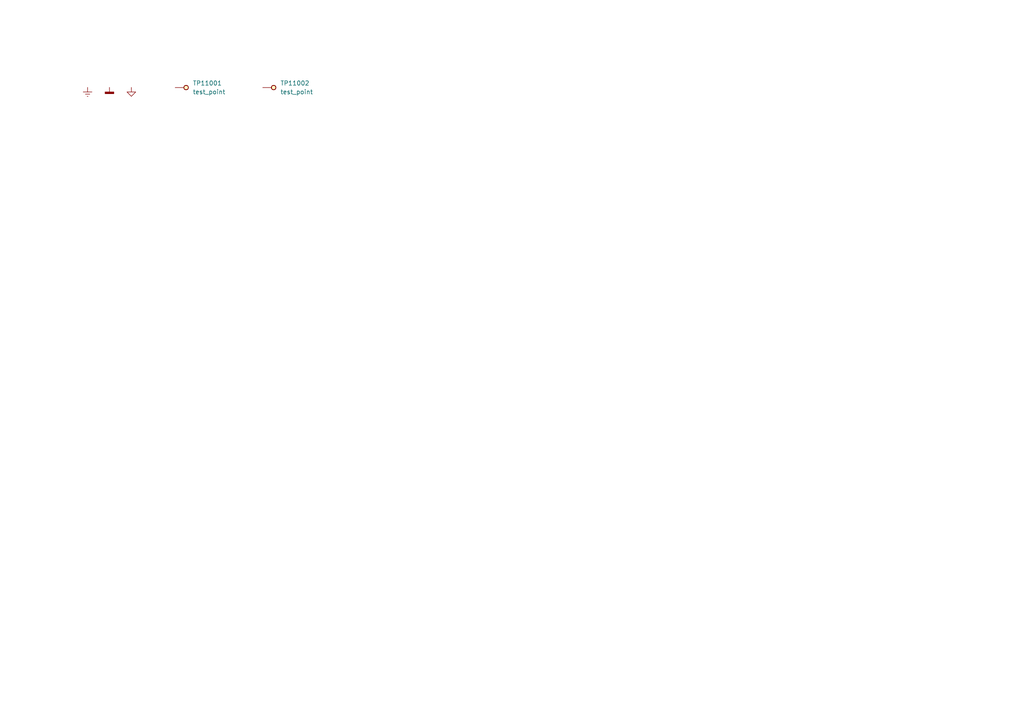
<source format=kicad_sch>
(kicad_sch
	(version 20231120)
	(generator "eeschema")
	(generator_version "8.0")
	(uuid "6693340a-e207-4ab4-a507-5a3be04c819b")
	(paper "A4")
	(title_block
		(title "Lily KiCad Library test")
		(date "2024-07-03")
		(rev "1")
		(company "LilyTronics")
	)
	(lib_symbols
		(symbol "lily_symbols:Earth"
			(power)
			(pin_numbers hide)
			(pin_names
				(offset 0) hide)
			(exclude_from_sim no)
			(in_bom yes)
			(on_board yes)
			(property "Reference" "#PWR"
				(at 0 -10.16 0)
				(effects
					(font
						(size 1.27 1.27)
					)
					(hide yes)
				)
			)
			(property "Value" "Earth"
				(at 0 -7.62 0)
				(effects
					(font
						(size 1.27 1.27)
					)
					(hide yes)
				)
			)
			(property "Footprint" ""
				(at 0 0 0)
				(effects
					(font
						(size 1.27 1.27)
					)
					(hide yes)
				)
			)
			(property "Datasheet" ""
				(at 0 0 0)
				(effects
					(font
						(size 1.27 1.27)
					)
					(hide yes)
				)
			)
			(property "Description" ""
				(at 0 0 0)
				(effects
					(font
						(size 1.27 1.27)
					)
					(hide yes)
				)
			)
			(property "Revision" "1"
				(at 0 -5.08 0)
				(effects
					(font
						(size 1.27 1.27)
					)
					(hide yes)
				)
			)
			(symbol "Earth_0_1"
				(polyline
					(pts
						(xy -0.635 -1.905) (xy 0.635 -1.905)
					)
					(stroke
						(width 0)
						(type default)
					)
					(fill
						(type none)
					)
				)
				(polyline
					(pts
						(xy -0.127 -2.54) (xy 0.127 -2.54)
					)
					(stroke
						(width 0)
						(type default)
					)
					(fill
						(type none)
					)
				)
				(polyline
					(pts
						(xy 0 -1.27) (xy 0 0)
					)
					(stroke
						(width 0)
						(type default)
					)
					(fill
						(type none)
					)
				)
				(polyline
					(pts
						(xy 1.27 -1.27) (xy -1.27 -1.27)
					)
					(stroke
						(width 0)
						(type default)
					)
					(fill
						(type none)
					)
				)
			)
			(symbol "Earth_1_1"
				(pin power_in line
					(at 0 0 270)
					(length 0)
					(name "~"
						(effects
							(font
								(size 1.27 1.27)
							)
						)
					)
					(number "1"
						(effects
							(font
								(size 1.27 1.27)
							)
						)
					)
				)
			)
		)
		(symbol "lily_symbols:GND"
			(power)
			(pin_numbers hide)
			(pin_names
				(offset 0) hide)
			(exclude_from_sim no)
			(in_bom no)
			(on_board yes)
			(property "Reference" "#PWR"
				(at 0 -10.16 0)
				(effects
					(font
						(size 1.27 1.27)
					)
					(hide yes)
				)
			)
			(property "Value" "GND"
				(at 0 -7.62 0)
				(effects
					(font
						(size 1.27 1.27)
					)
					(hide yes)
				)
			)
			(property "Footprint" ""
				(at 0 0 0)
				(effects
					(font
						(size 1.27 1.27)
					)
					(hide yes)
				)
			)
			(property "Datasheet" ""
				(at 0 0 0)
				(effects
					(font
						(size 1.27 1.27)
					)
					(hide yes)
				)
			)
			(property "Description" ""
				(at 0 0 0)
				(effects
					(font
						(size 1.27 1.27)
					)
					(hide yes)
				)
			)
			(property "Revision" "1"
				(at 0 -5.08 0)
				(effects
					(font
						(size 1.27 1.27)
					)
					(hide yes)
				)
			)
			(symbol "GND_0_1"
				(polyline
					(pts
						(xy 0 0) (xy 0 -1.27)
					)
					(stroke
						(width 0)
						(type default)
					)
					(fill
						(type none)
					)
				)
			)
			(symbol "GND_1_1"
				(rectangle
					(start -1.27 -1.27)
					(end 1.27 -1.778)
					(stroke
						(width 0)
						(type default)
					)
					(fill
						(type outline)
					)
				)
				(pin power_in line
					(at 0 0 270)
					(length 0)
					(name "GND"
						(effects
							(font
								(size 1.27 1.27)
							)
						)
					)
					(number "1"
						(effects
							(font
								(size 1.27 1.27)
							)
						)
					)
				)
			)
		)
		(symbol "lily_symbols:GNDA"
			(power)
			(pin_numbers hide)
			(pin_names
				(offset 0) hide)
			(exclude_from_sim no)
			(in_bom no)
			(on_board yes)
			(property "Reference" "#PWR"
				(at 0 -10.16 0)
				(effects
					(font
						(size 1.27 1.27)
					)
					(hide yes)
				)
			)
			(property "Value" "GNDA"
				(at 0 -7.62 0)
				(effects
					(font
						(size 1.27 1.27)
					)
					(hide yes)
				)
			)
			(property "Footprint" ""
				(at 0 0 0)
				(effects
					(font
						(size 1.27 1.27)
					)
					(hide yes)
				)
			)
			(property "Datasheet" ""
				(at 0 0 0)
				(effects
					(font
						(size 1.27 1.27)
					)
					(hide yes)
				)
			)
			(property "Description" ""
				(at 0 0 0)
				(effects
					(font
						(size 1.27 1.27)
					)
					(hide yes)
				)
			)
			(property "Revision" "1"
				(at 0 -5.08 0)
				(effects
					(font
						(size 1.27 1.27)
					)
					(hide yes)
				)
			)
			(symbol "GNDA_0_1"
				(polyline
					(pts
						(xy 0 0) (xy 0 -1.27) (xy 1.27 -1.27) (xy 0 -2.54) (xy -1.27 -1.27) (xy 0 -1.27)
					)
					(stroke
						(width 0)
						(type default)
					)
					(fill
						(type none)
					)
				)
			)
			(symbol "GNDA_1_1"
				(pin power_in line
					(at 0 0 270)
					(length 0)
					(name "~"
						(effects
							(font
								(size 1.27 1.27)
							)
						)
					)
					(number "1"
						(effects
							(font
								(size 1.27 1.27)
							)
						)
					)
				)
			)
		)
		(symbol "lily_symbols:test_point_1.1mm_th"
			(pin_numbers hide)
			(pin_names hide)
			(exclude_from_sim no)
			(in_bom no)
			(on_board yes)
			(property "Reference" "TP"
				(at 5.08 1.27 0)
				(effects
					(font
						(size 1.27 1.27)
					)
					(justify left)
				)
			)
			(property "Value" "test_point"
				(at 5.08 -1.27 0)
				(effects
					(font
						(size 1.27 1.27)
					)
					(justify left)
				)
			)
			(property "Footprint" "lily_footprints:test_point_1.1mm_th"
				(at 0 -5.08 0)
				(effects
					(font
						(size 1.27 1.27)
					)
					(hide yes)
				)
			)
			(property "Datasheet" ""
				(at 0 0 0)
				(effects
					(font
						(size 1.27 1.27)
					)
					(hide yes)
				)
			)
			(property "Description" ""
				(at 0 0 0)
				(effects
					(font
						(size 1.27 1.27)
					)
					(hide yes)
				)
			)
			(property "Revision" "1"
				(at 0 -2.54 0)
				(effects
					(font
						(size 1.27 1.27)
					)
					(hide yes)
				)
			)
			(symbol "test_point_1.1mm_th_0_1"
				(circle
					(center 3.175 0)
					(radius 0.635)
					(stroke
						(width 0.254)
						(type default)
					)
					(fill
						(type background)
					)
				)
			)
			(symbol "test_point_1.1mm_th_1_1"
				(pin passive line
					(at 0 0 0)
					(length 2.54)
					(name ""
						(effects
							(font
								(size 1.27 1.27)
							)
						)
					)
					(number "1"
						(effects
							(font
								(size 1.27 1.27)
							)
						)
					)
				)
			)
		)
		(symbol "lily_symbols:test_point_1mm_smd"
			(pin_numbers hide)
			(pin_names hide)
			(exclude_from_sim no)
			(in_bom no)
			(on_board yes)
			(property "Reference" "TP"
				(at 5.08 1.27 0)
				(effects
					(font
						(size 1.27 1.27)
					)
					(justify left)
				)
			)
			(property "Value" "test_point"
				(at 5.08 -1.27 0)
				(effects
					(font
						(size 1.27 1.27)
					)
					(justify left)
				)
			)
			(property "Footprint" "lily_footprints:test_point_1mm"
				(at 0 -5.08 0)
				(effects
					(font
						(size 1.27 1.27)
					)
					(hide yes)
				)
			)
			(property "Datasheet" ""
				(at 0 0 0)
				(effects
					(font
						(size 1.27 1.27)
					)
					(hide yes)
				)
			)
			(property "Description" ""
				(at 0 0 0)
				(effects
					(font
						(size 1.27 1.27)
					)
					(hide yes)
				)
			)
			(property "Revision" "1"
				(at 0 -2.54 0)
				(effects
					(font
						(size 1.27 1.27)
					)
					(hide yes)
				)
			)
			(symbol "test_point_1mm_smd_0_1"
				(circle
					(center 3.175 0)
					(radius 0.635)
					(stroke
						(width 0.254)
						(type default)
					)
					(fill
						(type background)
					)
				)
			)
			(symbol "test_point_1mm_smd_1_1"
				(pin passive line
					(at 0 0 0)
					(length 2.54)
					(name ""
						(effects
							(font
								(size 1.27 1.27)
							)
						)
					)
					(number "1"
						(effects
							(font
								(size 1.27 1.27)
							)
						)
					)
				)
			)
		)
	)
	(symbol
		(lib_id "lily_symbols:Earth")
		(at 25.4 25.4 0)
		(unit 1)
		(exclude_from_sim no)
		(in_bom yes)
		(on_board yes)
		(dnp no)
		(uuid "0a2da756-ec97-43ad-b95d-853798626644")
		(property "Reference" "#PWR011001"
			(at 25.4 35.56 0)
			(effects
				(font
					(size 1.27 1.27)
				)
				(hide yes)
			)
		)
		(property "Value" "Earth"
			(at 25.4 33.02 0)
			(effects
				(font
					(size 1.27 1.27)
				)
				(hide yes)
			)
		)
		(property "Footprint" ""
			(at 25.4 25.4 0)
			(effects
				(font
					(size 1.27 1.27)
				)
				(hide yes)
			)
		)
		(property "Datasheet" ""
			(at 25.4 25.4 0)
			(effects
				(font
					(size 1.27 1.27)
				)
				(hide yes)
			)
		)
		(property "Description" ""
			(at 25.4 25.4 0)
			(effects
				(font
					(size 1.27 1.27)
				)
				(hide yes)
			)
		)
		(property "Revision" "1"
			(at 25.4 30.48 0)
			(effects
				(font
					(size 1.27 1.27)
				)
				(hide yes)
			)
		)
		(pin "1"
			(uuid "13040179-367e-497f-94f7-f8061fbd907a")
		)
		(instances
			(project "kicad_lib_test"
				(path "/032b8f2d-5c08-4381-9e3a-c197ca84e3c5/3220288b-4393-426d-b584-d6d66a3ce392"
					(reference "#PWR011001")
					(unit 1)
				)
			)
		)
	)
	(symbol
		(lib_id "lily_symbols:test_point_1mm_smd")
		(at 76.2 25.4 0)
		(unit 1)
		(exclude_from_sim no)
		(in_bom no)
		(on_board yes)
		(dnp no)
		(uuid "0bae70a3-1ca1-4074-afa8-006c09e3d193")
		(property "Reference" "TP11002"
			(at 81.28 24.13 0)
			(effects
				(font
					(size 1.27 1.27)
				)
				(justify left)
			)
		)
		(property "Value" "test_point"
			(at 81.28 26.67 0)
			(effects
				(font
					(size 1.27 1.27)
				)
				(justify left)
			)
		)
		(property "Footprint" "lily_footprints:test_point_1mm"
			(at 76.2 30.48 0)
			(effects
				(font
					(size 1.27 1.27)
				)
				(hide yes)
			)
		)
		(property "Datasheet" ""
			(at 76.2 25.4 0)
			(effects
				(font
					(size 1.27 1.27)
				)
				(hide yes)
			)
		)
		(property "Description" ""
			(at 76.2 25.4 0)
			(effects
				(font
					(size 1.27 1.27)
				)
				(hide yes)
			)
		)
		(property "Revision" "1"
			(at 76.2 27.94 0)
			(effects
				(font
					(size 1.27 1.27)
				)
				(hide yes)
			)
		)
		(pin "1"
			(uuid "eceb8aa5-84dd-4928-904e-268728c030bb")
		)
		(instances
			(project "kicad_lib_test"
				(path "/032b8f2d-5c08-4381-9e3a-c197ca84e3c5/3220288b-4393-426d-b584-d6d66a3ce392"
					(reference "TP11002")
					(unit 1)
				)
			)
		)
	)
	(symbol
		(lib_id "lily_symbols:GNDA")
		(at 38.1 25.4 0)
		(unit 1)
		(exclude_from_sim no)
		(in_bom no)
		(on_board yes)
		(dnp no)
		(uuid "22660757-9b1e-42fd-b1af-487ccad15277")
		(property "Reference" "#PWR011003"
			(at 38.1 35.56 0)
			(effects
				(font
					(size 1.27 1.27)
				)
				(hide yes)
			)
		)
		(property "Value" "GNDA"
			(at 38.1 33.02 0)
			(effects
				(font
					(size 1.27 1.27)
				)
				(hide yes)
			)
		)
		(property "Footprint" ""
			(at 38.1 25.4 0)
			(effects
				(font
					(size 1.27 1.27)
				)
				(hide yes)
			)
		)
		(property "Datasheet" ""
			(at 38.1 25.4 0)
			(effects
				(font
					(size 1.27 1.27)
				)
				(hide yes)
			)
		)
		(property "Description" ""
			(at 38.1 25.4 0)
			(effects
				(font
					(size 1.27 1.27)
				)
				(hide yes)
			)
		)
		(property "Revision" "1"
			(at 38.1 30.48 0)
			(effects
				(font
					(size 1.27 1.27)
				)
				(hide yes)
			)
		)
		(pin "1"
			(uuid "2d7784bc-ba07-4724-9cd7-3e960e1e86c6")
		)
		(instances
			(project "kicad_lib_test"
				(path "/032b8f2d-5c08-4381-9e3a-c197ca84e3c5/3220288b-4393-426d-b584-d6d66a3ce392"
					(reference "#PWR011003")
					(unit 1)
				)
			)
		)
	)
	(symbol
		(lib_id "lily_symbols:GND")
		(at 31.75 25.4 0)
		(unit 1)
		(exclude_from_sim no)
		(in_bom no)
		(on_board yes)
		(dnp no)
		(uuid "c46c1002-4f26-4639-bca9-f9be0b369e5a")
		(property "Reference" "#PWR011002"
			(at 31.75 35.56 0)
			(effects
				(font
					(size 1.27 1.27)
				)
				(hide yes)
			)
		)
		(property "Value" "GND"
			(at 31.75 33.02 0)
			(effects
				(font
					(size 1.27 1.27)
				)
				(hide yes)
			)
		)
		(property "Footprint" ""
			(at 31.75 25.4 0)
			(effects
				(font
					(size 1.27 1.27)
				)
				(hide yes)
			)
		)
		(property "Datasheet" ""
			(at 31.75 25.4 0)
			(effects
				(font
					(size 1.27 1.27)
				)
				(hide yes)
			)
		)
		(property "Description" ""
			(at 31.75 25.4 0)
			(effects
				(font
					(size 1.27 1.27)
				)
				(hide yes)
			)
		)
		(property "Revision" "1"
			(at 31.75 30.48 0)
			(effects
				(font
					(size 1.27 1.27)
				)
				(hide yes)
			)
		)
		(pin "1"
			(uuid "15d5d088-9f52-44a6-ab87-697c18402391")
		)
		(instances
			(project "kicad_lib_test"
				(path "/032b8f2d-5c08-4381-9e3a-c197ca84e3c5/3220288b-4393-426d-b584-d6d66a3ce392"
					(reference "#PWR011002")
					(unit 1)
				)
			)
		)
	)
	(symbol
		(lib_id "lily_symbols:test_point_1.1mm_th")
		(at 50.8 25.4 0)
		(unit 1)
		(exclude_from_sim no)
		(in_bom no)
		(on_board yes)
		(dnp no)
		(uuid "e0a8be32-dcaa-4046-85cb-f572febe5dcc")
		(property "Reference" "TP11001"
			(at 55.88 24.13 0)
			(effects
				(font
					(size 1.27 1.27)
				)
				(justify left)
			)
		)
		(property "Value" "test_point"
			(at 55.88 26.67 0)
			(effects
				(font
					(size 1.27 1.27)
				)
				(justify left)
			)
		)
		(property "Footprint" "lily_footprints:test_point_1.1mm_th"
			(at 50.8 30.48 0)
			(effects
				(font
					(size 1.27 1.27)
				)
				(hide yes)
			)
		)
		(property "Datasheet" ""
			(at 50.8 25.4 0)
			(effects
				(font
					(size 1.27 1.27)
				)
				(hide yes)
			)
		)
		(property "Description" ""
			(at 50.8 25.4 0)
			(effects
				(font
					(size 1.27 1.27)
				)
				(hide yes)
			)
		)
		(property "Revision" "1"
			(at 50.8 27.94 0)
			(effects
				(font
					(size 1.27 1.27)
				)
				(hide yes)
			)
		)
		(pin "1"
			(uuid "4a3e0353-95ae-4a40-8259-56e476b0f2d1")
		)
		(instances
			(project "kicad_lib_test"
				(path "/032b8f2d-5c08-4381-9e3a-c197ca84e3c5/3220288b-4393-426d-b584-d6d66a3ce392"
					(reference "TP11001")
					(unit 1)
				)
			)
		)
	)
)
</source>
